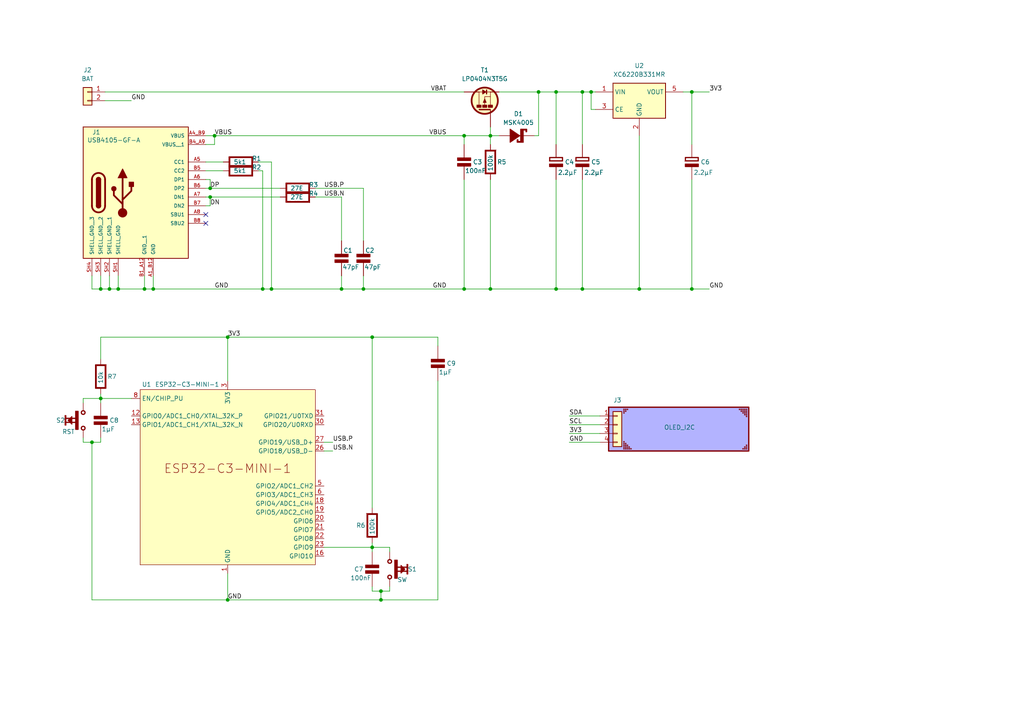
<source format=kicad_sch>
(kicad_sch (version 20250114) (generator "eeschema") (generator_version "9.0")
  (paper "A4")
  (title_block (title "mbadge25") (date "2025-03-06") (rev "v1") (company "MakerVille") (comment 1 "minimalistic badge for MakerVille 2025"))
  (lib_symbols
    (symbol "Library_SYM_mbadge25:C" (pin_numbers (hide yes)) (pin_names (offset 0) (hide yes))
      (property "Reference" "C" (at 0.635 3.175 0))
      (property "Value" "C" (at 0.635 -3.175 0))
      (symbol "C_1_1"
        (rectangle (start -1.905 1.1938) (end 1.905 0.4318) (stroke (width 0.254)) (fill (type outline)))
        (rectangle (start -1.905 -0.4318) (end 1.905 -1.1938) (stroke (width 0.254)) (fill (type outline)))
        (pin passive line (at 0 5.08 270) (length 3.8862) (name "+") (number "1"))
        (pin passive line (at 0 -5.08 90) (length 3.8862) (name "-") (number "2"))
      )
      (symbol "C_1_2"
        (polyline (pts (xy -1.905 0.4318) (xy 1.905 0.4318) (xy 1.905 1.4986) (xy -1.905 1.4986) (xy -1.905 0.4318) (xy -1.8034 0.5334) (xy -1.8034 1.397) (xy 1.8034 1.397) (xy 1.8034 0.5334) (xy -1.8034 0.5334) (xy -1.905 0.4318)) (stroke (width 0.254)) (fill (type outline)))
        (polyline (pts (xy -1.905 -1.4986) (xy 1.905 -1.4986) (xy 1.905 -0.4318) (xy -1.905 -0.4318) (xy -1.905 -1.4986) (xy -1.8034 -1.397) (xy -1.8034 -0.5334) (xy 1.8034 -0.5334) (xy 1.8034 -1.397) (xy -1.8034 -1.397) (xy -1.905 -1.4986)) (stroke (width 0.254)) (fill (type outline)))
        (pin passive line (at 0 5.08 270) (length 3.5814) (name "+") (number "1"))
        (pin passive line (at 0 -5.08 90) (length 3.5814) (name "-") (number "2"))
      )
    )
    (symbol "Library_SYM_mbadge25:C-polar" (pin_numbers (hide yes)) (pin_names (offset 0) (hide yes))
      (property "Reference" "C" (at 0.635 3.175 0))
      (property "Value" "C-polar" (at 0.635 -3.175 0))
      (property "Rating" "V" (at -0.635 -3.175 0))
      (symbol "C-polar_1_1"
        (polyline (pts (xy -1.905 0.2794) (xy 1.905 0.2794) (xy 1.905 1.3462) (xy -1.905 1.3462) (xy -1.905 0.2794) (xy -1.8034 0.381) (xy -1.8034 1.2446) (xy 1.8034 1.2446) (xy 1.8034 0.381) (xy -1.8034 0.381) (xy -1.905 0.2794)) (stroke (width 0.254)) (fill (type outline)))
        (rectangle (start -1.905 -0.5842) (end 1.905 -1.3462) (stroke (width 0.254)) (fill (type outline)))
        (pin passive line (at 0 5.08 270) (length 3.7338) (name "+") (number "1"))
        (pin passive line (at 0 -5.08 90) (length 3.7338) (name "-") (number "2"))
      )
      (symbol "C-polar_1_2"
        (polyline (pts (xy -1.905 0.4318) (xy 1.905 0.4318) (xy 1.905 1.4986) (xy -1.905 1.4986) (xy -1.905 0.4318) (xy -1.8034 0.5334) (xy -1.8034 1.397) (xy 1.8034 1.397) (xy 1.8034 0.5334) (xy -1.8034 0.5334) (xy -1.905 0.4318)) (stroke (width 0.254)) (fill (type outline)))
        (rectangle (start -1.905 -0.4318) (end 1.905 -1.1938) (stroke (width 0.254)) (fill (type outline)))
        (pin passive line (at 0 5.08 270) (length 3.5814) (name "+") (number "1"))
        (pin passive line (at 0 -5.08 90) (length 3.8862) (name "-") (number "2"))
      )
    )
    (symbol "Library_SYM_mbadge25:Conn_01x02" (pin_names (offset 1.016) (hide yes))
      (property "Reference" "J" (at 0 2.54 0))
      (property "Value" "Conn_01x02" (at 0 -5.08 0))
      (symbol "Conn_01x02_1_1"
        (rectangle (start -1.27 1.27) (end 1.27 -3.81) (stroke (width 0.254)) (fill (type background)))
        (rectangle (start -1.27 0.127) (end 0 -0.127) (stroke (width 0.1524)))
        (rectangle (start -1.27 -2.413) (end 0 -2.667) (stroke (width 0.1524)))
        (pin passive line (at -5.08 0 0) (length 3.81) (name "Pin_1") (number "1"))
        (pin passive line (at -5.08 -2.54 0) (length 3.81) (name "Pin_2") (number "2"))
      )
    )
    (symbol "Library_SYM_mbadge25:Conn_I2C_OLED" (pin_names (offset 1.016) (hide yes))
      (property "Reference" "J" (at 2.54 3.048 0))
      (property "Value" "OLED_I2C" (at 5.842 -4.064 0))
      (symbol "Conn_I2C_OLED_1_1"
        (rectangle (start -2.54 5.08) (end 38.1 -7.62) (stroke (width 0.381)) (fill (type color) (color 0 0 255 0.3)))
        (rectangle (start -1.27 3.81) (end 1.27 -6.35) (stroke (width 0.254)) (fill (type background)))
        (rectangle (start -1.27 2.667) (end 0 2.413) (stroke (width 0.1524)))
        (rectangle (start -1.27 0.127) (end 0 -0.127) (stroke (width 0.1524)))
        (rectangle (start -1.27 -2.413) (end 0 -2.667) (stroke (width 0.1524)))
        (rectangle (start -1.27 -4.953) (end 0 -5.207) (stroke (width 0.1524)))
        (rectangle (start 1.778 4.572) (end 2.032 4.318))
        (rectangle (start 1.778 4.064) (end 2.032 3.81))
        (rectangle (start 1.778 3.556) (end 2.032 3.302))
        (rectangle (start 1.778 -5.08) (end 2.032 -4.826))
        (rectangle (start 1.778 -5.334) (end 2.032 -5.588))
        (rectangle (start 1.778 -5.842) (end 2.032 -6.096))
        (rectangle (start 1.778 -6.604) (end 2.032 -6.35))
        (rectangle (start 1.778 -6.858) (end 2.032 -7.112))
        (rectangle (start 2.286 4.572) (end 2.54 4.318))
        (rectangle (start 2.286 4.064) (end 2.54 3.81))
        (rectangle (start 2.286 -5.334) (end 2.54 -5.588))
        (rectangle (start 2.286 -5.842) (end 2.54 -6.096))
        (rectangle (start 2.286 -6.35) (end 2.54 -6.604))
        (rectangle (start 2.286 -6.858) (end 2.54 -7.112))
        (rectangle (start 2.794 4.572) (end 3.048 4.318))
        (rectangle (start 2.794 -5.842) (end 3.048 -6.096))
        (rectangle (start 2.794 -6.35) (end 3.048 -6.604))
        (rectangle (start 2.794 -7.112) (end 3.048 -6.858))
        (rectangle (start 3.302 -6.35) (end 3.556 -6.604))
        (rectangle (start 3.302 -6.858) (end 3.556 -7.112))
        (rectangle (start 3.81 -6.858) (end 4.064 -7.112))
        (rectangle (start 35.56 4.572) (end 35.306 4.318))
        (rectangle (start 35.814 4.572) (end 36.068 4.318))
        (rectangle (start 36.068 4.064) (end 35.814 3.81))
        (rectangle (start 36.322 4.572) (end 36.576 4.318))
        (rectangle (start 36.322 4.064) (end 36.576 3.81))
        (rectangle (start 36.576 3.556) (end 36.322 3.302))
        (rectangle (start 36.576 -6.858) (end 36.322 -7.112))
        (rectangle (start 36.83 3.556) (end 37.084 3.302))
        (rectangle (start 37.084 4.572) (end 36.83 4.318))
        (rectangle (start 37.084 4.064) (end 36.83 3.81))
        (rectangle (start 37.084 3.048) (end 36.83 2.794))
        (rectangle (start 37.084 -6.35) (end 36.83 -6.604))
        (rectangle (start 37.084 -6.858) (end 36.83 -7.112))
        (rectangle (start 37.338 4.572) (end 37.592 4.318))
        (rectangle (start 37.338 3.556) (end 37.592 3.302))
        (rectangle (start 37.338 3.048) (end 37.592 2.794))
        (rectangle (start 37.592 4.064) (end 37.338 3.81))
        (rectangle (start 37.592 2.54) (end 37.338 2.286))
        (rectangle (start 37.592 -6.096) (end 37.338 -5.842))
        (rectangle (start 37.592 -6.35) (end 37.338 -6.604))
        (rectangle (start 37.592 -7.112) (end 37.338 -6.858))
        (pin passive line (at -5.08 2.54 0) (length 3.81) (name "Pin_1") (number "1"))
        (pin passive line (at -5.08 0 0) (length 3.81) (name "Pin_2") (number "2"))
        (pin passive line (at -5.08 -2.54 0) (length 3.81) (name "Pin_3") (number "3"))
        (pin passive line (at -5.08 -5.08 0) (length 3.81) (name "Pin_4") (number "4"))
      )
    )
    (symbol "Library_SYM_mbadge25:D-Schottky" (pin_numbers (hide yes)) (pin_names (offset 0) (hide yes))
      (property "Reference" "D" (at 0.635 3.175 0))
      (property "Value" "D" (at 0.635 -4.445 0))
      (symbol "D-Schottky_1_0"
        (pin passive line (at 0 5.08 270) (length 3.175) (name "A+") (number "2"))
        (pin passive line (at 0 -5.08 90) (length 3.175) (name "K-") (number "1"))
      )
      (symbol "D-Schottky_1_1"
        (polyline (pts (xy -1.905 -1.905) (xy 1.651 -1.905) (xy 1.651 -2.667) (xy 1.143 -2.667) (xy 1.143 -2.921) (xy 1.905 -2.921) (xy 1.905 -1.143) (xy 0 -1.143) (xy 0 -0.889) (xy 1.905 1.905) (xy -1.905 1.905) (xy 0 -0.889) (xy 0 -1.143) (xy -1.651 -1.143) (xy -1.651 -0.381) (xy -1.143 -0.381) (xy -1.143 -0.127) (xy -1.905 -0.127) (xy -1.905 -1.905)) (stroke (width 0.254)) (fill (type outline)))
      )
      (symbol "D-Schottky_1_2"
        (polyline (pts (xy -0.127 -1.905) (xy 1.651 -1.905) (xy 1.651 -2.667) (xy 1.143 -2.667) (xy 1.143 -2.921) (xy 1.905 -2.921) (xy 1.905 -1.143) (xy 0 -1.143) (xy 0 -0.889) (xy 1.905 1.905) (xy -0.0254 1.905) (xy -0.9652 0.5334) (xy 0 -0.889) (xy 0 -1.143) (xy -0.127 -1.143) (xy -0.127 -1.905)) (stroke (width 0.254)) (fill (type outline)))
      )
    )
    (symbol "Library_SYM_mbadge25:ESP32-C3-MINI-1"
      (property "Reference" "U" (at -25.4 30.48 0))
      (property "Value" "ESP32-C3-MINI-1" (at -25.4 27.94 0))
      (symbol "ESP32-C3-MINI-1_0_0"
        (text "ESP32-C3-MINI-1" (at 0 2.54 0) (effects (font (size 2.54 2.54))))
      )
      (symbol "ESP32-C3-MINI-1_0_1"
        (rectangle (start -25.4 25.4) (end 25.4 -25.4) (fill (type background)))
      )
      (symbol "ESP32-C3-MINI-1_1_1"
        (pin input line (at -27.94 22.86 0) (length 2.54) (name "EN/CHIP_PU") (number "8"))
        (pin bidirectional line (at -27.94 17.78 0) (length 2.54) (name "GPIO0/ADC1_CH0/XTAL_32K_P") (number "12"))
        (pin bidirectional line (at -27.94 15.24 0) (length 2.54) (name "GPIO1/ADC1_CH1/XTAL_32K_N") (number "13"))
        (pin no_connect line (at -25.4 10.16 0) (length 2.54) (hide yes) (name "NC") (number "4"))
        (pin no_connect line (at -25.4 7.62 0) (length 2.54) (hide yes) (name "NC") (number "7"))
        (pin no_connect line (at -25.4 5.08 0) (length 2.54) (hide yes) (name "NC") (number "9"))
        (pin no_connect line (at -25.4 2.54 0) (length 2.54) (hide yes) (name "NC") (number "10"))
        (pin no_connect line (at -25.4 0 0) (length 2.54) (hide yes) (name "NC") (number "15"))
        (pin no_connect line (at -25.4 -2.54 0) (length 2.54) (hide yes) (name "NC") (number "17"))
        (pin no_connect line (at -25.4 -5.08 0) (length 2.54) (hide yes) (name "NC") (number "24"))
        (pin no_connect line (at -25.4 -7.62 0) (length 2.54) (hide yes) (name "NC") (number "25"))
        (pin no_connect line (at -25.4 -10.16 0) (length 2.54) (hide yes) (name "NC") (number "28"))
        (pin no_connect line (at -25.4 -12.7 0) (length 2.54) (hide yes) (name "NC") (number "29"))
        (pin no_connect line (at -25.4 -15.24 0) (length 2.54) (hide yes) (name "NC") (number "32"))
        (pin no_connect line (at -25.4 -17.78 0) (length 2.54) (hide yes) (name "NC") (number "33"))
        (pin no_connect line (at -25.4 -20.32 0) (length 2.54) (hide yes) (name "NC") (number "34"))
        (pin no_connect line (at -25.4 -22.86 0) (length 2.54) (hide yes) (name "NC") (number "35"))
        (pin power_in line (at 0 27.94 270) (length 2.54) (name "3V3") (number "3"))
        (pin power_in line (at 0 -27.94 90) (length 2.54) (name "GND") (number "1"))
        (pin passive line (at 0 -27.94 90) (length 2.54) (hide yes) (name "GND") (number "11"))
        (pin passive line (at 0 -27.94 90) (length 2.54) (hide yes) (name "GND") (number "14"))
        (pin passive line (at 0 -27.94 90) (length 2.54) (hide yes) (name "GND") (number "2"))
        (pin passive line (at 0 -27.94 90) (length 2.54) (hide yes) (name "GND") (number "36"))
        (pin passive line (at 0 -27.94 90) (length 2.54) (hide yes) (name "GND") (number "37"))
        (pin passive line (at 0 -27.94 90) (length 2.54) (hide yes) (name "GND") (number "38"))
        (pin passive line (at 0 -27.94 90) (length 2.54) (hide yes) (name "GND") (number "39"))
        (pin passive line (at 0 -27.94 90) (length 2.54) (hide yes) (name "GND") (number "40"))
        (pin passive line (at 0 -27.94 90) (length 2.54) (hide yes) (name "GND") (number "41"))
        (pin passive line (at 0 -27.94 90) (length 2.54) (hide yes) (name "GND") (number "42"))
        (pin passive line (at 0 -27.94 90) (length 2.54) (hide yes) (name "GND") (number "43"))
        (pin passive line (at 0 -27.94 90) (length 2.54) (hide yes) (name "GND") (number "44"))
        (pin passive line (at 0 -27.94 90) (length 2.54) (hide yes) (name "GND") (number "45"))
        (pin passive line (at 0 -27.94 90) (length 2.54) (hide yes) (name "GND") (number "46"))
        (pin passive line (at 0 -27.94 90) (length 2.54) (hide yes) (name "GND") (number "47"))
        (pin passive line (at 0 -27.94 90) (length 2.54) (hide yes) (name "GND") (number "48"))
        (pin passive line (at 0 -27.94 90) (length 2.54) (hide yes) (name "GND") (number "49"))
        (pin passive line (at 0 -27.94 90) (length 2.54) (hide yes) (name "GND") (number "50"))
        (pin passive line (at 0 -27.94 90) (length 2.54) (hide yes) (name "GND") (number "51"))
        (pin passive line (at 0 -27.94 90) (length 2.54) (hide yes) (name "GND") (number "52"))
        (pin passive line (at 0 -27.94 90) (length 2.54) (hide yes) (name "GND") (number "53"))
        (pin bidirectional line (at 27.94 17.78 180) (length 2.54) (name "GPIO21/U0TXD") (number "31"))
        (pin bidirectional line (at 27.94 15.24 180) (length 2.54) (name "GPIO20/U0RXD") (number "30"))
        (pin bidirectional line (at 27.94 10.16 180) (length 2.54) (name "GPIO19/USB_D+") (number "27"))
        (pin bidirectional line (at 27.94 7.62 180) (length 2.54) (name "GPIO18/USB_D-") (number "26"))
        (pin bidirectional line (at 27.94 -2.54 180) (length 2.54) (name "GPIO2/ADC1_CH2") (number "5"))
        (pin bidirectional line (at 27.94 -5.08 180) (length 2.54) (name "GPIO3/ADC1_CH3") (number "6"))
        (pin bidirectional line (at 27.94 -7.62 180) (length 2.54) (name "GPIO4/ADC1_CH4") (number "18"))
        (pin bidirectional line (at 27.94 -10.16 180) (length 2.54) (name "GPIO5/ADC2_CH0") (number "19"))
        (pin bidirectional line (at 27.94 -12.7 180) (length 2.54) (name "GPIO6") (number "20"))
        (pin bidirectional line (at 27.94 -15.24 180) (length 2.54) (name "GPIO7") (number "21"))
        (pin bidirectional line (at 27.94 -17.78 180) (length 2.54) (name "GPIO8") (number "22"))
        (pin bidirectional line (at 27.94 -20.32 180) (length 2.54) (name "GPIO9") (number "23"))
        (pin bidirectional line (at 27.94 -22.86 180) (length 2.54) (name "GPIO10") (number "16"))
      )
    )
    (symbol "Library_SYM_mbadge25:R" (pin_numbers (hide yes)) (pin_names (offset 0) (hide yes))
      (property "Reference" "R" (at 2.54 3.175 0))
      (property "Value" "R" (at 0 0 90))
      (symbol "R_1_1"
        (polyline (pts (xy -1.524 -3.429) (xy 1.524 -3.429) (xy 1.524 3.429) (xy -1.524 3.429) (xy -1.524 -3.429) (xy -1.27 -3.175) (xy -1.27 3.175) (xy 1.27 3.175) (xy 1.27 -3.175) (xy -1.27 -3.175) (xy -1.524 -3.429)) (stroke (width 0.254)) (fill (type outline)))
        (pin passive line (at 0 5.08 270) (length 1.651) (name "+") (number "1"))
        (pin passive line (at 0 -5.08 90) (length 1.651) (name "-") (number "2"))
      )
      (symbol "R_1_2"
        (polyline (pts (xy -0.508 -3.429) (xy 1.524 -3.429) (xy 1.524 3.429) (xy -0.508 3.429) (xy -0.508 3.175) (xy 1.27 3.175) (xy 1.27 -3.175) (xy -0.508 -3.175) (xy -0.508 -3.429)) (stroke (width 0.254)) (fill (type outline)))
        (pin passive line (at 0 5.08 270) (length 1.651) (name "+") (number "1"))
        (pin passive line (at 0 -5.08 90) (length 1.651) (name "-") (number "2"))
      )
      (symbol "R_1_3"
        (polyline (pts (xy 0 3.4798) (xy 0 3.2004) (xy 0.7112 2.794) (xy -1.1938 1.6764) (xy 0.7112 0.5588) (xy -1.1938 -0.5588) (xy 0.7112 -1.6764) (xy -1.1938 -2.794) (xy 0 -3.4798) (xy 0 -3.2004) (xy -0.7112 -2.794) (xy 1.1938 -1.6764) (xy -0.7112 -0.5588) (xy 1.1938 0.5588) (xy -0.7112 1.6764) (xy 1.1938 2.794) (xy 0 3.4798)) (stroke (width 0.254)) (fill (type outline)))
        (pin passive line (at 0 5.08 270) (length 1.6002) (name "+") (number "1"))
        (pin passive line (at 0 -5.08 90) (length 1.6002) (name "-") (number "2"))
      )
      (symbol "R_1_4"
        (polyline (pts (xy 0 4.5466) (xy 0 4.2672) (xy 0.0508 4.2418) (xy 1.016 3.683) (xy -1.524 2.2098) (xy 1.016 0.7366) (xy -1.524 -0.7366) (xy 1.016 -2.2098) (xy -1.524 -3.683) (xy -0.0762 -4.5212) (xy 0 -4.5466) (xy 0 -4.2672) (xy -0.0508 -4.2418) (xy -1.016 -3.683) (xy 1.524 -2.2098) (xy -1.016 -0.7366) (xy 1.524 0.7366) (xy -1.016 2.2098) (xy 1.524 3.683) (xy 0.0762 4.5212) (xy 0 4.5466)) (stroke (width 0.254)) (fill (type outline)))
        (pin passive line (at 0 5.08 270) (length 0.5334) (name "+") (number "1"))
        (pin passive line (at 0 -5.08 90) (length 0.5334) (name "-") (number "2"))
      )
    )
    (symbol "Library_SYM_mbadge25:S-make-push" (pin_numbers (hide yes)) (pin_names (offset 0) (hide yes))
      (property "Reference" "S" (at 1.27 3.175 0))
      (property "Value" "S-make-push" (at 1.27 -3.175 0))
      (symbol "S-make-push_1_1"
        (rectangle (start -5.2578 1.397) (end -5.0038 -1.397) (stroke (width 0.254)) (fill (type outline)))
        (polyline (pts (xy -4.953 0.5842) (xy -2.2606 0.5842)) (stroke (width 0.3556)))
        (polyline (pts (xy -4.953 -0.5842) (xy -2.2606 -0.5842)) (stroke (width 0.3556)))
        (polyline (pts (xy -4.3942 0) (xy -3.2766 -1.1176) (xy -3.2766 1.1176) (xy -4.3942 0)) (stroke (width 0.254)) (fill (type outline)))
        (rectangle (start -2.2098 2.6416) (end -1.4478 -2.6416) (stroke (width 0.254)) (fill (type outline)))
        (circle (center 0 2.2606) (radius 0.5334) (stroke (width 0.3556)))
        (circle (center 0 -2.2606) (radius 0.5334) (stroke (width 0.3556)))
        (pin passive line (at 0 5.08 270) (length 2.2352) (name "4") (number "4"))
        (pin passive line (at 0 -5.08 90) (length 2.2352) (name "3") (number "3"))
      )
      (symbol "S-make-push_1_2"
        (rectangle (start -5.2578 1.397) (end -5.0038 -1.397) (stroke (width 0.254)) (fill (type outline)))
        (polyline (pts (xy -4.953 0.5842) (xy -2.2606 0.5842)) (stroke (width 0.3556)))
        (polyline (pts (xy -4.953 -0.5842) (xy -2.2606 -0.5842)) (stroke (width 0.3556)))
        (polyline (pts (xy -4.3942 0) (xy -3.2766 -1.1176) (xy -3.2766 1.1176) (xy -4.3942 0)) (stroke (width 0.254)) (fill (type outline)))
        (rectangle (start -2.2098 2.413) (end -1.4478 -2.413) (stroke (width 0.254)) (fill (type outline)))
        (circle (center 0 2.032) (radius 0.5334) (stroke (width 0.3556)))
        (circle (center 0 -2.032) (radius 0.5334) (stroke (width 0.3556)))
        (pin passive line (at 0 5.08 270) (length 2.4638) (name "4") (number "4"))
        (pin passive line (at 0 -5.08 90) (length 2.4638) (name "3") (number "3"))
      )
      (symbol "S-make-push_1_3"
        (rectangle (start -6.2738 1.397) (end -6.0198 -1.397) (stroke (width 0.254)) (fill (type outline)))
        (polyline (pts (xy -5.969 0.5842) (xy -3.2766 0.5842)) (stroke (width 0.3556)))
        (polyline (pts (xy -5.969 -0.5842) (xy -3.2766 -0.5842)) (stroke (width 0.3556)))
        (polyline (pts (xy -5.4102 0) (xy -4.2926 -1.1176) (xy -4.2926 1.1176) (xy -5.4102 0)) (stroke (width 0.254)) (fill (type outline)))
        (rectangle (start -3.2258 2.6416) (end -2.4638 -2.6416) (stroke (width 0.254)) (fill (type outline)))
        (circle (center 0 2.2606) (radius 0.5334) (stroke (width 0.3556)))
        (circle (center 0 -2.2606) (radius 0.5334) (stroke (width 0.3556)))
        (pin passive line (at 0 5.08 270) (length 2.2352) (name "4") (number "4"))
        (pin passive line (at 0 -5.08 90) (length 2.2352) (name "3") (number "3"))
      )
      (symbol "S-make-push_1_4"
        (rectangle (start -6.2738 1.397) (end -6.0198 -1.397) (stroke (width 0.254)) (fill (type outline)))
        (polyline (pts (xy -5.969 0.5842) (xy -3.2766 0.5842)) (stroke (width 0.3556)))
        (polyline (pts (xy -5.969 -0.5842) (xy -3.2766 -0.5842)) (stroke (width 0.3556)))
        (polyline (pts (xy -5.4102 0) (xy -4.2926 -1.1176) (xy -4.2926 1.1176) (xy -5.4102 0)) (stroke (width 0.254)) (fill (type outline)))
        (rectangle (start -3.2258 2.413) (end -2.4638 -2.413) (stroke (width 0.254)) (fill (type outline)))
        (circle (center 0 2.032) (radius 0.5334) (stroke (width 0.3556)))
        (circle (center 0 -2.032) (radius 0.5334) (stroke (width 0.3556)))
        (pin passive line (at 0 5.08 270) (length 2.4638) (name "4") (number "4"))
        (pin passive line (at 0 -5.08 90) (length 2.4638) (name "3") (number "3"))
      )
    )
    (symbol "Library_SYM_mbadge25:T-IGFET-P-D" (pin_numbers (hide yes)) (pin_names (offset 0) (hide yes))
      (property "Reference" "T" (at 6.35 3.81 0))
      (property "Value" "T-IGFET-P-D" (at 6.35 -3.81 0))
      (symbol "T-IGFET-P-D_1_0"
        (rectangle (start 0.6096 3.1242) (end 1.2446 1.9558) (stroke (width 0.254)) (fill (type outline)))
        (rectangle (start 0.6096 1.4732) (end 1.2446 0.3048) (stroke (width 0.254)) (fill (type outline)))
        (rectangle (start 0.6096 -0.1778) (end 1.2446 -1.3462) (stroke (width 0.254)) (fill (type outline)))
        (polyline (pts (xy 1.2446 -0.762) (xy 5.08 -0.762) (xy 5.08 2.54) (xy 1.2446 2.54)))
        (polyline (pts (xy 3.1242 0.889) (xy 2.0066 0.4318) (xy 2.0066 1.3462) (xy 3.1242 0.889)) (fill (type outline)))
        (polyline (pts (xy 3.7338 2.54) (xy 3.7338 0.889) (xy 1.2446 0.889)))
        (polyline (pts (xy 5.08 1.3716) (xy 5.08 1.1684) (xy 4.4958 0.3048) (xy 5.6642 0.3048) (xy 5.08 1.1684) (xy 5.08 1.3716) (xy 5.6642 1.3716) (xy 5.6642 1.4732) (xy 4.4958 1.4732) (xy 4.4958 1.3716) (xy 5.08 1.3716)) (stroke (width 0.254)) (fill (type outline)))
        (pin passive line (at -5.08 2.54 0) (length 4.9276) (name "G") (number "2"))
        (pin passive line (at 5.08 5.08 270) (length 2.54) (name "S") (number "3"))
        (pin passive line (at 5.08 -5.08 90) (length 4.318) (name "D") (number "1"))
      )
      (symbol "T-IGFET-P-D_1_1"
        (rectangle (start -0.1524 2.54) (end 0.1016 -0.762) (fill (type outline)))
        (circle (center 2.54 0.889) (radius 3.81) (stroke (width 0.508)) (fill (type background)))
      )
      (symbol "T-IGFET-P-D_1_2"
        (rectangle (start -0.1524 2.54) (end 0.1016 -0.762) (fill (type outline)))
      )
    )
    (symbol "Library_SYM_mbadge25:USB4105-GF-A" (pin_names (offset 1.016))
      (property "Reference" "J" (at -15.24 13.97 0))
      (property "Value" "USB4105-GF-A" (at 0 13.97 0))
      (symbol "USB4105-GF-A_0_0"
        (rectangle (start -15.24 12.7) (end 15.24 -25.4) (stroke (width 0.254)) (fill (type background)))
        (pin power_in line (at -12.7 -30.48 90) (length 5.08) (name "SHELL_GND__3") (number "SH4"))
        (pin power_in line (at -10.16 -30.48 90) (length 5.08) (name "SHELL_GND__2") (number "SH3"))
        (pin power_in line (at -7.62 -30.48 90) (length 5.08) (name "SHELL_GND__1") (number "SH2"))
        (pin power_in line (at -5.08 -30.48 90) (length 5.08) (name "SHELL_GND") (number "SH1"))
        (pin power_in line (at 2.54 -30.48 90) (length 5.08) (name "GND__1") (number "B1_A12"))
        (pin power_in line (at 5.08 -30.48 90) (length 5.08) (name "GND") (number "A1_B12"))
        (pin power_in line (at 20.32 10.16 180) (length 5.08) (name "VBUS") (number "A4_B9"))
        (pin power_in line (at 20.32 7.62 180) (length 5.08) (name "VBUS__1") (number "B4_A9"))
        (pin bidirectional line (at 20.32 2.54 180) (length 5.08) (name "CC1") (number "A5"))
        (pin bidirectional line (at 20.32 0 180) (length 5.08) (name "CC2") (number "B5"))
        (pin bidirectional line (at 20.32 -2.54 180) (length 5.08) (name "DP1") (number "A6"))
        (pin bidirectional line (at 20.32 -5.08 180) (length 5.08) (name "DP2") (number "B6"))
        (pin bidirectional line (at 20.32 -7.62 180) (length 5.08) (name "DN1") (number "A7"))
        (pin bidirectional line (at 20.32 -10.16 180) (length 5.08) (name "DN2") (number "B7"))
        (pin bidirectional line (at 20.32 -12.7 180) (length 5.08) (name "SBU1") (number "A8"))
        (pin bidirectional line (at 20.32 -15.24 180) (length 5.08) (name "SBU2") (number "B8"))
      )
      (symbol "USB4105-GF-A_0_1"
        (polyline (pts (xy -12.7 -10.16) (xy -12.7 -2.54)) (stroke (width 0.508)))
        (rectangle (start -11.43 -10.16) (end -10.16 -2.54) (stroke (width 0.254)) (fill (type outline)))
        (arc (start -11.43 -2.54) (mid -10.795 -1.9077) (end -10.16 -2.54) (stroke (width 0.254)))
        (arc (start -11.43 -2.54) (mid -10.795 -1.9077) (end -10.16 -2.54) (stroke (width 0.254)) (fill (type outline)))
        (arc (start -12.7 -2.54) (mid -10.795 -0.6433) (end -8.89 -2.54) (stroke (width 0.508)))
        (arc (start -8.89 -10.16) (mid -10.795 -12.0567) (end -12.7 -10.16) (stroke (width 0.508)))
        (arc (start -10.16 -10.16) (mid -10.795 -10.7923) (end -11.43 -10.16) (stroke (width 0.254)))
        (arc (start -10.16 -10.16) (mid -10.795 -10.7923) (end -11.43 -10.16) (stroke (width 0.254)) (fill (type outline)))
        (polyline (pts (xy -8.89 -2.54) (xy -8.89 -10.16)) (stroke (width 0.508)))
        (circle (center -6.35 -5.207) (radius 0.635) (stroke (width 0.254)) (fill (type outline)))
        (polyline (pts (xy -5.08 -2.032) (xy -3.81 0.508) (xy -2.54 -2.032) (xy -5.08 -2.032)) (stroke (width 0.254)) (fill (type outline)))
        (polyline (pts (xy -3.81 -8.382) (xy -1.27 -5.842) (xy -1.27 -4.572)) (stroke (width 0.508)))
        (polyline (pts (xy -3.81 -9.652) (xy -6.35 -7.112) (xy -6.35 -5.842)) (stroke (width 0.508)))
        (circle (center -3.81 -12.192) (radius 1.27) (fill (type outline)))
        (polyline (pts (xy -3.81 -12.192) (xy -3.81 -2.032)) (stroke (width 0.508)))
        (rectangle (start -1.905 -4.572) (end -0.635 -3.302) (stroke (width 0.254)) (fill (type outline)))
      )
    )
    (symbol "Library_SYM_mbadge25:XC6220B331MR"
      (property "Reference" "U" (at 0 8.89 0))
      (property "Value" "XC6220B331MR" (at 0 6.35 0))
      (symbol "XC6220B331MR_0_1"
        (rectangle (start -7.62 5.08) (end 7.62 -5.08) (stroke (width 0.254)) (fill (type background)))
      )
      (symbol "XC6220B331MR_1_1"
        (pin power_in line (at -12.7 2.54 0) (length 5.08) (name "VIN") (number "1"))
        (pin input line (at -12.7 -2.54 0) (length 5.08) (name "CE") (number "3"))
        (pin power_in line (at 0 -10.16 90) (length 5.08) (name "GND") (number "2"))
        (pin no_connect line (at 7.62 -2.54 180) (length 5.08) (hide yes) (name "NC") (number "4"))
        (pin power_out line (at 12.7 2.54 180) (length 5.08) (name "VOUT") (number "5"))
      )
    )
  )
  (junction (at 161.29 83.82))
  (junction (at 76.2 83.82))
  (junction (at 29.21 83.82))
  (junction (at 105.41 83.82))
  (junction (at 60.96 57.15))
  (junction (at 110.49 173.99))
  (junction (at 161.29 26.67))
  (junction (at 41.91 83.82))
  (junction (at 156.21 26.67))
  (junction (at 26.67 128.27))
  (junction (at 134.62 39.37))
  (junction (at 99.06 83.82))
  (junction (at 168.91 26.67))
  (junction (at 200.66 83.82))
  (junction (at 44.45 83.82))
  (junction (at 78.74 83.82))
  (junction (at 29.21 115.57))
  (junction (at 34.29 83.82))
  (junction (at 171.45 26.67))
  (junction (at 134.62 83.82))
  (junction (at 66.04 97.79))
  (junction (at 185.42 83.82))
  (junction (at 110.49 171.45))
  (junction (at 107.95 158.75))
  (junction (at 107.95 97.79))
  (junction (at 142.24 39.37))
  (junction (at 200.66 26.67))
  (junction (at 60.96 54.61))
  (junction (at 142.24 83.82))
  (junction (at 31.75 83.82))
  (junction (at 62.23 39.37))
  (junction (at 168.91 83.82))
  (junction (at 66.04 173.99))
  (no_connect (at 59.69 62.23))
  (no_connect (at 59.69 64.77))
  (wire (pts (xy 165.1 123.19) (xy 173.99 123.19)))
  (wire (pts (xy 110.49 173.99) (xy 110.49 171.45)))
  (wire (pts (xy 161.29 52.07) (xy 161.29 83.82)))
  (wire (pts (xy 93.98 158.75) (xy 107.95 158.75)))
  (wire (pts (xy 62.23 39.37) (xy 134.62 39.37)))
  (wire (pts (xy 59.69 54.61) (xy 60.96 54.61)))
  (wire (pts (xy 200.66 52.07) (xy 200.66 83.82)))
  (wire (pts (xy 105.41 83.82) (xy 134.62 83.82)))
  (wire (pts (xy 29.21 80.01) (xy 29.21 83.82)))
  (wire (pts (xy 113.03 158.75) (xy 107.95 158.75)))
  (wire (pts (xy 165.1 120.65) (xy 173.99 120.65)))
  (wire (pts (xy 185.42 39.37) (xy 185.42 83.82)))
  (wire (pts (xy 29.21 114.3) (xy 29.21 115.57)))
  (wire (pts (xy 78.74 83.82) (xy 99.06 83.82)))
  (wire (pts (xy 168.91 83.82) (xy 161.29 83.82)))
  (wire (pts (xy 127 97.79) (xy 107.95 97.79)))
  (wire (pts (xy 185.42 83.82) (xy 168.91 83.82)))
  (wire (pts (xy 127 173.99) (xy 110.49 173.99)))
  (wire (pts (xy 41.91 83.82) (xy 44.45 83.82)))
  (wire (pts (xy 26.67 128.27) (xy 26.67 173.99)))
  (wire (pts (xy 30.48 26.67) (xy 134.62 26.67)))
  (wire (pts (xy 24.13 115.57) (xy 29.21 115.57)))
  (wire (pts (xy 31.75 80.01) (xy 31.75 83.82)))
  (wire (pts (xy 93.98 130.81) (xy 96.52 130.81)))
  (wire (pts (xy 113.03 160.02) (xy 113.03 158.75)))
  (wire (pts (xy 113.03 171.45) (xy 110.49 171.45)))
  (wire (pts (xy 165.1 128.27) (xy 173.99 128.27)))
  (wire (pts (xy 29.21 115.57) (xy 38.1 115.57)))
  (wire (pts (xy 26.67 128.27) (xy 29.21 128.27)))
  (wire (pts (xy 41.91 80.01) (xy 41.91 83.82)))
  (wire (pts (xy 156.21 26.67) (xy 161.29 26.67)))
  (wire (pts (xy 200.66 41.91) (xy 200.66 26.67)))
  (wire (pts (xy 34.29 83.82) (xy 41.91 83.82)))
  (wire (pts (xy 66.04 97.79) (xy 107.95 97.79)))
  (wire (pts (xy 30.48 29.21) (xy 38.1 29.21)))
  (wire (pts (xy 24.13 127) (xy 24.13 128.27)))
  (wire (pts (xy 144.78 26.67) (xy 156.21 26.67)))
  (wire (pts (xy 66.04 166.37) (xy 66.04 173.99)))
  (wire (pts (xy 168.91 26.67) (xy 168.91 41.91)))
  (wire (pts (xy 99.06 80.01) (xy 99.06 83.82)))
  (wire (pts (xy 91.44 54.61) (xy 105.41 54.61)))
  (wire (pts (xy 59.69 52.07) (xy 60.96 52.07)))
  (wire (pts (xy 24.13 128.27) (xy 26.67 128.27)))
  (wire (pts (xy 156.21 39.37) (xy 154.94 39.37)))
  (wire (pts (xy 105.41 83.82) (xy 105.41 80.01)))
  (wire (pts (xy 26.67 173.99) (xy 66.04 173.99)))
  (wire (pts (xy 29.21 83.82) (xy 31.75 83.82)))
  (wire (pts (xy 171.45 31.75) (xy 171.45 26.67)))
  (wire (pts (xy 66.04 173.99) (xy 110.49 173.99)))
  (wire (pts (xy 142.24 52.07) (xy 142.24 83.82)))
  (wire (pts (xy 134.62 41.91) (xy 134.62 39.37)))
  (wire (pts (xy 99.06 57.15) (xy 99.06 69.85)))
  (wire (pts (xy 161.29 26.67) (xy 168.91 26.67)))
  (wire (pts (xy 93.98 128.27) (xy 96.52 128.27)))
  (wire (pts (xy 59.69 46.99) (xy 64.77 46.99)))
  (wire (pts (xy 31.75 83.82) (xy 34.29 83.82)))
  (wire (pts (xy 29.21 97.79) (xy 66.04 97.79)))
  (wire (pts (xy 171.45 26.67) (xy 172.72 26.67)))
  (wire (pts (xy 44.45 83.82) (xy 76.2 83.82)))
  (wire (pts (xy 91.44 57.15) (xy 99.06 57.15)))
  (wire (pts (xy 76.2 83.82) (xy 78.74 83.82)))
  (wire (pts (xy 107.95 97.79) (xy 107.95 147.32)))
  (wire (pts (xy 60.96 57.15) (xy 81.28 57.15)))
  (wire (pts (xy 74.93 46.99) (xy 78.74 46.99)))
  (wire (pts (xy 142.24 39.37) (xy 142.24 41.91)))
  (wire (pts (xy 200.66 83.82) (xy 205.74 83.82)))
  (wire (pts (xy 156.21 26.67) (xy 156.21 39.37)))
  (wire (pts (xy 161.29 26.67) (xy 161.29 41.91)))
  (wire (pts (xy 44.45 80.01) (xy 44.45 83.82)))
  (wire (pts (xy 200.66 83.82) (xy 185.42 83.82)))
  (wire (pts (xy 59.69 57.15) (xy 60.96 57.15)))
  (wire (pts (xy 26.67 83.82) (xy 29.21 83.82)))
  (wire (pts (xy 200.66 26.67) (xy 198.12 26.67)))
  (wire (pts (xy 165.1 125.73) (xy 173.99 125.73)))
  (wire (pts (xy 107.95 171.45) (xy 107.95 170.18)))
  (wire (pts (xy 161.29 83.82) (xy 142.24 83.82)))
  (wire (pts (xy 66.04 97.79) (xy 66.04 110.49)))
  (wire (pts (xy 29.21 104.14) (xy 29.21 97.79)))
  (wire (pts (xy 110.49 171.45) (xy 107.95 171.45)))
  (wire (pts (xy 172.72 31.75) (xy 171.45 31.75)))
  (wire (pts (xy 99.06 83.82) (xy 105.41 83.82)))
  (wire (pts (xy 24.13 116.84) (xy 24.13 115.57)))
  (wire (pts (xy 127 100.33) (xy 127 97.79)))
  (wire (pts (xy 62.23 41.91) (xy 59.69 41.91)))
  (wire (pts (xy 127 110.49) (xy 127 173.99)))
  (wire (pts (xy 168.91 26.67) (xy 171.45 26.67)))
  (wire (pts (xy 142.24 39.37) (xy 144.78 39.37)))
  (wire (pts (xy 34.29 80.01) (xy 34.29 83.82)))
  (wire (pts (xy 168.91 52.07) (xy 168.91 83.82)))
  (wire (pts (xy 59.69 39.37) (xy 62.23 39.37)))
  (wire (pts (xy 59.69 59.69) (xy 60.96 59.69)))
  (wire (pts (xy 134.62 39.37) (xy 142.24 39.37)))
  (wire (pts (xy 107.95 158.75) (xy 107.95 160.02)))
  (wire (pts (xy 26.67 80.01) (xy 26.67 83.82)))
  (wire (pts (xy 59.69 49.53) (xy 64.77 49.53)))
  (wire (pts (xy 60.96 59.69) (xy 60.96 57.15)))
  (wire (pts (xy 113.03 170.18) (xy 113.03 171.45)))
  (wire (pts (xy 200.66 26.67) (xy 205.74 26.67)))
  (wire (pts (xy 105.41 54.61) (xy 105.41 69.85)))
  (wire (pts (xy 76.2 49.53) (xy 76.2 83.82)))
  (wire (pts (xy 60.96 54.61) (xy 81.28 54.61)))
  (wire (pts (xy 78.74 46.99) (xy 78.74 83.82)))
  (wire (pts (xy 142.24 83.82) (xy 134.62 83.82)))
  (wire (pts (xy 107.95 157.48) (xy 107.95 158.75)))
  (wire (pts (xy 142.24 36.83) (xy 142.24 39.37)))
  (wire (pts (xy 29.21 128.27) (xy 29.21 127)))
  (wire (pts (xy 60.96 52.07) (xy 60.96 54.61)))
  (wire (pts (xy 62.23 39.37) (xy 62.23 41.91)))
  (wire (pts (xy 74.93 49.53) (xy 76.2 49.53)))
  (wire (pts (xy 134.62 52.07) (xy 134.62 83.82)))
  (wire (pts (xy 29.21 115.57) (xy 29.21 116.84)))
  (label "USB.N" (at 96.52 130.81 0) (property "Netclass" "USB-" (effects (hide yes))))
  (label "GND" (at 66.04 173.99 0) (property "Netclass" "GND" (effects (hide yes))))
  (label "3V3" (at 165.1 125.73 0) (property "Netclass" "3V3" (effects (hide yes))))
  (label "GND" (at 205.74 83.82 0) (property "Netclass" "GND" (effects (hide yes))))
  (label "USB.N" (at 93.98 57.15 0) (property "Netclass" "USB-" (effects (hide yes))))
  (label "3V3" (at 66.04 97.79 0) (property "Netclass" "3V3" (effects (hide yes))))
  (label "VBUS" (at 129.54 39.37 180) (property "Netclass" "VBUS" (effects (hide yes))))
  (label "GND" (at 129.54 83.82 180) (property "Netclass" "GND" (effects (hide yes))))
  (label "GND" (at 165.1 128.27 0) (property "Netclass" "GND" (effects (hide yes))))
  (label "DN" (at 60.96 59.69 0))
  (label "USB.P" (at 96.52 128.27 0) (property "Netclass" "USB+" (effects (hide yes))))
  (label "GND" (at 38.1 29.21 0) (property "Netclass" "GND" (effects (hide yes))))
  (label "USB.P" (at 93.98 54.61 0) (property "Netclass" "USB+" (effects (hide yes))))
  (label "GND" (at 62.23 83.82 0) (property "Netclass" "GND" (effects (hide yes))))
  (label "3V3" (at 205.74 26.67 0) (property "Netclass" "3V3" (effects (hide yes))))
  (label "VBAT" (at 129.54 26.67 180) (property "Netclass" "VBUS" (effects (hide yes))))
  (label "SDA" (at 165.1 120.65 0) (property "Netclass" "SDA" (effects (hide yes))))
  (label "SCL" (at 165.1 123.19 0) (property "Netclass" "SCL" (effects (hide yes))))
  (label "DP" (at 60.96 54.61 0))
  (label "VBUS" (at 62.23 39.37 0) (property "Netclass" "VBUS" (effects (hide yes))))
  (symbol (lib_id "Library_SYM_mbadge25:S-make-push") (at 24.13 121.92 0) (unit 1)
    (property "Reference" "S2" (at 16.256 121.92 0) (effects (justify left)))
    (property "Value" "RST" (at 18.034 125.222 0) (effects (justify left)))
    (property "Footprint" "Button_Switch_THT:SW_PUSH_6mm" (effects (hide yes)))
    (property "Description" "switch, manually operated by push-button, automatic return, single pole, single throw, normally open (SPST-NO/A)" (effects (hide yes)))
    (property "Rating" "V/A" (effects (hide yes)))
  )
  (symbol (lib_id "Library_SYM_mbadge25:XC6220B331MR") (at 185.42 29.21 0) (unit 1)
    (property "Reference" "U2" (at 185.42 19.05 0))
    (property "Value" "XC6220B331MR" (at 185.42 21.59 0))
    (property "Footprint" "Package_TO_SOT_SMD:SOT-23-5" (effects (hide yes)))
    (property "Datasheet" "https://www.torexsemi.com/file/xc6220/XC6220.pdf" (effects (hide yes)))
    (property "Description" "1A, Low Drop-out Voltage Regulator, Fixed Output 3.3V, SOT-23-5" (effects (hide yes)))
  )
  (symbol (lib_id "Library_SYM_mbadge25:C") (at 107.95 165.1 0) (mirror y) (unit 1)
    (property "Reference" "C7" (at 105.41 165.1 0) (effects (justify left)))
    (property "Value" "100nF" (at 107.696 167.64 0) (effects (justify left)))
    (property "Footprint" "PCM_Capacitor_SMD_AKL:C_0805_2012Metric_Pad1.18x1.45mm_HandSolder" (effects (hide yes)))
    (property "Description" "capacitor, non-polarized/bipolar" (effects (hide yes)))
    (property "Indicator" "+" (effects (hide yes)))
    (property "Rating" "V" (effects (hide yes)))
  )
  (symbol (lib_id "Library_SYM_mbadge25:C-polar") (at 161.29 46.99 0) (unit 1)
    (property "Reference" "C4" (at 163.83 46.99 0) (effects (justify left)))
    (property "Value" "2.2µF" (at 161.798 50.038 0) (effects (justify left)))
    (property "Footprint" "PCM_Capacitor_SMD_AKL:CP_Elec_6.3x5.9" (effects (hide yes)))
    (property "Description" "capacitor, polar(ized)" (effects (hide yes)))
    (property "Indicator" "+" (effects (hide yes)))
    (property "Rating" "V" (effects (hide yes)))
  )
  (symbol (lib_id "Library_SYM_mbadge25:C") (at 105.41 74.93 0) (unit 1)
    (property "Reference" "C2" (at 105.918 72.644 0) (effects (justify left)))
    (property "Value" "47pF" (at 105.664 77.47 0) (effects (justify left)))
    (property "Footprint" "PCM_Capacitor_SMD_AKL:C_0805_2012Metric_Pad1.18x1.45mm_HandSolder" (effects (hide yes)))
    (property "Description" "capacitor, non-polarized/bipolar" (effects (hide yes)))
    (property "Indicator" "+" (effects (hide yes)))
    (property "Rating" "V" (effects (hide yes)))
  )
  (symbol (lib_id "Library_SYM_mbadge25:R") (at 142.24 46.99 180) (unit 1)
    (property "Reference" "R5" (at 145.542 46.99 0))
    (property "Value" "100k" (at 142.24 47.244 90))
    (property "Footprint" "Resistor_SMD:R_0805_2012Metric" (effects (hide yes)))
    (property "Description" "resistor" (effects (hide yes)))
    (property "Indicator" "+" (effects (hide yes)))
    (property "Rating" "W" (effects (hide yes)))
  )
  (symbol (lib_id "Library_SYM_mbadge25:S-make-push") (at 113.03 165.1 0) (mirror y) (unit 1)
    (property "Reference" "S1" (at 120.904 165.1 0) (effects (justify left)))
    (property "Value" "SW" (at 118.11 168.148 0) (effects (justify left)))
    (property "Footprint" "Button_Switch_THT:SW_PUSH_6mm" (effects (hide yes)))
    (property "Description" "switch, manually operated by push-button, automatic return, single pole, single throw, normally open (SPST-NO/A)" (effects (hide yes)))
    (property "Rating" "V/A" (effects (hide yes)))
  )
  (symbol (lib_id "Library_SYM_mbadge25:C-polar") (at 168.91 46.99 0) (unit 1)
    (property "Reference" "C5" (at 171.45 46.99 0) (effects (justify left)))
    (property "Value" "2.2µF" (at 169.418 50.038 0) (effects (justify left)))
    (property "Footprint" "PCM_Capacitor_SMD_AKL:CP_Elec_6.3x5.9" (effects (hide yes)))
    (property "Description" "capacitor, polar(ized)" (effects (hide yes)))
    (property "Indicator" "+" (effects (hide yes)))
    (property "Rating" "V" (effects (hide yes)))
  )
  (symbol (lib_id "Library_SYM_mbadge25:C") (at 134.62 46.99 0) (unit 1)
    (property "Reference" "C3" (at 137.16 46.99 0) (effects (justify left)))
    (property "Value" "100nF" (at 134.874 49.53 0) (effects (justify left)))
    (property "Footprint" "PCM_Capacitor_SMD_AKL:C_0805_2012Metric_Pad1.18x1.45mm_HandSolder" (effects (hide yes)))
    (property "Description" "capacitor, non-polarized/bipolar" (effects (hide yes)))
    (property "Indicator" "+" (effects (hide yes)))
    (property "Rating" "V" (effects (hide yes)))
  )
  (symbol (lib_id "Library_SYM_mbadge25:D-Schottky") (at 149.86 39.37 90) (unit 1)
    (property "Reference" "D1" (at 150.368 33.02 90))
    (property "Value" "MSK4005" (at 150.368 35.56 90))
    (property "Description" "Schottky diode" (effects (hide yes)))
    (property "Rating" "V/A" (effects (hide yes)))
  )
  (symbol (lib_id "Library_SYM_mbadge25:Conn_I2C_OLED") (at 179.07 123.19 0) (unit 1)
    (property "Reference" "J3" (at 179.07 116.078 0))
    (property "Value" "OLED_I2C" (at 197.104 123.952 0))
    (property "Description" "Generic connector, single row, 01x04, script generated (kicad-library-utils/schlib/autogen/connector/)" (effects (hide yes)))
  )
  (symbol (lib_id "Library_SYM_mbadge25:C") (at 29.21 121.92 0) (unit 1)
    (property "Reference" "C8" (at 31.75 121.92 0) (effects (justify left)))
    (property "Value" "1µF" (at 29.464 124.46 0) (effects (justify left)))
    (property "Footprint" "PCM_Capacitor_SMD_AKL:C_0805_2012Metric_Pad1.18x1.45mm_HandSolder" (effects (hide yes)))
    (property "Description" "capacitor, non-polarized/bipolar" (effects (hide yes)))
    (property "Indicator" "+" (effects (hide yes)))
    (property "Rating" "V" (effects (hide yes)))
  )
  (symbol (lib_id "Library_SYM_mbadge25:T-IGFET-P-D") (at 139.7 31.75 270) (mirror x) (unit 1)
    (property "Reference" "T1" (at 140.589 20.32 90))
    (property "Value" "LP0404N3T5G" (at 140.589 22.86 90))
    (property "Description" "insulated-gate field-effect transistor (IGFET): P-channel enhancement-type with inverse (body-drain) diode" (effects (hide yes)))
  )
  (symbol (lib_id "Library_SYM_mbadge25:C") (at 99.06 74.93 0) (unit 1)
    (property "Reference" "C1" (at 99.568 72.644 0) (effects (justify left)))
    (property "Value" "47pF" (at 99.314 77.47 0) (effects (justify left)))
    (property "Footprint" "PCM_Capacitor_SMD_AKL:C_0805_2012Metric_Pad1.18x1.45mm_HandSolder" (effects (hide yes)))
    (property "Description" "capacitor, non-polarized/bipolar" (effects (hide yes)))
    (property "Indicator" "+" (effects (hide yes)))
    (property "Rating" "V" (effects (hide yes)))
  )
  (symbol (lib_id "Library_SYM_mbadge25:R") (at 69.85 49.53 90) (unit 1)
    (property "Reference" "R2" (at 74.422 48.514 90))
    (property "Value" "5k1" (at 69.596 49.53 90))
    (property "Footprint" "Resistor_SMD:R_0805_2012Metric" (effects (hide yes)))
    (property "Description" "resistor" (effects (hide yes)))
    (property "Indicator" "+" (effects (hide yes)))
    (property "Rating" "W" (effects (hide yes)))
  )
  (symbol (lib_id "Library_SYM_mbadge25:C") (at 127 105.41 0) (unit 1)
    (property "Reference" "C9" (at 129.54 105.41 0) (effects (justify left)))
    (property "Value" "1µF" (at 127.254 107.95 0) (effects (justify left)))
    (property "Footprint" "PCM_Capacitor_SMD_AKL:C_0805_2012Metric_Pad1.18x1.45mm_HandSolder" (effects (hide yes)))
    (property "Description" "capacitor, non-polarized/bipolar" (effects (hide yes)))
    (property "Indicator" "+" (effects (hide yes)))
    (property "Rating" "V" (effects (hide yes)))
  )
  (symbol (lib_id "Library_SYM_mbadge25:ESP32-C3-MINI-1") (at 66.04 138.43 0) (unit 1)
    (property "Reference" "U1" (at 41.148 111.506 0) (effects (justify left)))
    (property "Value" "ESP32-C3-MINI-1" (at 44.958 111.506 0) (effects (justify left)))
    (property "Footprint" "PCM_Espressif:ESP32-C3-MINI-1" (effects (hide yes)))
    (property "Datasheet" "https://www.espressif.com/sites/default/files/documentation/esp32-c3-mini-1_datasheet_en.pdf" (effects (hide yes)))
    (property "Description" "ESP32-C3-MINI-1 family is an ultra-low-power MCU-based SoC solution that supports 2.4 GHz Wi-Fi and Bluetooth®Low Energy (Bluetooth LE)." (effects (hide yes)))
  )
  (symbol (lib_id "Library_SYM_mbadge25:R") (at 69.85 46.99 90) (unit 1)
    (property "Reference" "R1" (at 74.422 45.974 90))
    (property "Value" "5k1" (at 69.596 46.99 90))
    (property "Footprint" "Resistor_SMD:R_0805_2012Metric" (effects (hide yes)))
    (property "Description" "resistor" (effects (hide yes)))
    (property "Indicator" "+" (effects (hide yes)))
    (property "Rating" "W" (effects (hide yes)))
  )
  (symbol (lib_id "Library_SYM_mbadge25:C-polar") (at 200.66 46.99 0) (unit 1)
    (property "Reference" "C6" (at 203.2 46.99 0) (effects (justify left)))
    (property "Value" "2.2µF" (at 201.168 50.038 0) (effects (justify left)))
    (property "Footprint" "PCM_Capacitor_SMD_AKL:CP_Elec_6.3x5.9" (effects (hide yes)))
    (property "Description" "capacitor, polar(ized)" (effects (hide yes)))
    (property "Indicator" "+" (effects (hide yes)))
    (property "Rating" "V" (effects (hide yes)))
  )
  (symbol (lib_id "Library_SYM_mbadge25:R") (at 107.95 152.4 0) (mirror x) (unit 1)
    (property "Reference" "R6" (at 104.648 152.4 0))
    (property "Value" "100k" (at 107.95 152.654 90))
    (property "Footprint" "Resistor_SMD:R_0805_2012Metric" (effects (hide yes)))
    (property "Description" "resistor" (effects (hide yes)))
    (property "Indicator" "+" (effects (hide yes)))
    (property "Rating" "W" (effects (hide yes)))
  )
  (symbol (lib_id "Library_SYM_mbadge25:Conn_01x02") (at 25.4 26.67 0) (mirror y) (unit 1)
    (property "Reference" "J2" (at 25.4 20.32 0))
    (property "Value" "BAT" (at 25.4 22.86 0))
    (property "Description" "Generic connector, single row, 01x02, script generated (kicad-library-utils/schlib/autogen/connector/)" (effects (hide yes)))
  )
  (symbol (lib_id "Library_SYM_mbadge25:R") (at 29.21 109.22 180) (unit 1)
    (property "Reference" "R7" (at 32.512 109.22 0))
    (property "Value" "10k" (at 29.21 109.474 90))
    (property "Footprint" "Resistor_SMD:R_0805_2012Metric" (effects (hide yes)))
    (property "Description" "resistor" (effects (hide yes)))
    (property "Indicator" "+" (effects (hide yes)))
    (property "Rating" "W" (effects (hide yes)))
  )
  (symbol (lib_id "Library_SYM_mbadge25:USB4105-GF-A") (at 39.37 49.53 0) (unit 1)
    (property "Reference" "J1" (at 27.94 38.354 0))
    (property "Value" "USB4105-GF-A" (at 33.02 40.64 0))
    (property "Footprint" "Library_FP_mbadge25:GCT_USB4105-GF-A" (effects (hide yes)))
    (property "Package" "None" (effects (hide yes)))
  )
  (symbol (lib_id "Library_SYM_mbadge25:R") (at 86.36 54.61 90) (unit 1)
    (property "Reference" "R3" (at 90.932 53.594 90))
    (property "Value" "27E" (at 86.106 54.61 90))
    (property "Footprint" "Resistor_SMD:R_0805_2012Metric" (effects (hide yes)))
    (property "Description" "resistor" (effects (hide yes)))
    (property "Indicator" "+" (effects (hide yes)))
    (property "Rating" "W" (effects (hide yes)))
  )
  (symbol (lib_id "Library_SYM_mbadge25:R") (at 86.36 57.15 90) (unit 1)
    (property "Reference" "R4" (at 90.932 56.134 90))
    (property "Value" "27E" (at 86.106 57.15 90))
    (property "Footprint" "Resistor_SMD:R_0805_2012Metric" (effects (hide yes)))
    (property "Description" "resistor" (effects (hide yes)))
    (property "Indicator" "+" (effects (hide yes)))
    (property "Rating" "W" (effects (hide yes)))
  )
)
</source>
